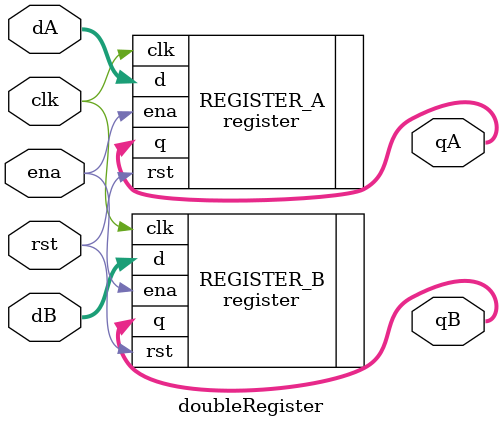
<source format=v>
`timescale 1ns / 1ps
`default_nettype none //helps catch typo-related bugs


module doubleRegister(clk, rst, ena, dA, dB, qA, qB);

	//	Parameter definitions
	parameter BUS_WIDTH = 32;

	// Input Ports
	input wire clk, rst, ena;
	input wire [BUS_WIDTH-1:0] dA, dB;

	// Outut Ports
	output wire [BUS_WIDTH-1:0] qA, qB;



	// A Register
	register #(.N(BUS_WIDTH)) REGISTER_A (	.clk(clk),
									        .rst(rst),
									        .ena(ena),
									        .d(dA),
									        .q(qA));

	// B Register
	register #(.N(BUS_WIDTH)) REGISTER_B (	.clk(clk),
									        .rst(rst),
									        .ena(ena),
									        .d(dB),
									        .q(qB));


endmodule

`default_nettype wire //some Xilinx IP requires that the default_nettype be set to wire

</source>
